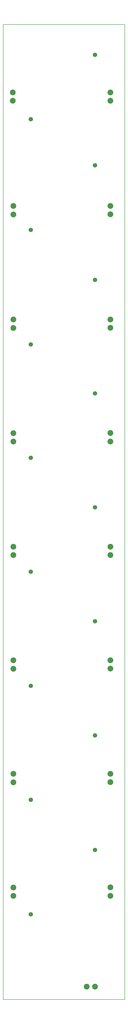
<source format=gbr>
%TF.GenerationSoftware,KiCad,Pcbnew,(6.0.9)*%
%TF.CreationDate,2022-11-19T22:55:32-05:00*%
%TF.ProjectId,Sensor_Board_2x16,53656e73-6f72-45f4-926f-6172645f3278,rev?*%
%TF.SameCoordinates,PX1728520PY19b87b58*%
%TF.FileFunction,Soldermask,Bot*%
%TF.FilePolarity,Negative*%
%FSLAX46Y46*%
G04 Gerber Fmt 4.6, Leading zero omitted, Abs format (unit mm)*
G04 Created by KiCad (PCBNEW (6.0.9)) date 2022-11-19 22:55:32*
%MOMM*%
%LPD*%
G01*
G04 APERTURE LIST*
%TA.AperFunction,Profile*%
%ADD10C,0.200000*%
%TD*%
%ADD11C,2.404800*%
%ADD12C,1.828800*%
G04 APERTURE END LIST*
D10*
X0Y406400000D02*
X50800000Y406400000D01*
X50800000Y406400000D02*
X50800000Y0D01*
X50800000Y0D02*
X0Y0D01*
X0Y0D02*
X0Y406400000D01*
X0Y406400000D02*
X50800000Y406400000D01*
X50800000Y406400000D02*
X50800000Y0D01*
X50800000Y0D02*
X0Y0D01*
X0Y0D02*
X0Y406400000D01*
D11*
%TO.C,J15*%
X44805600Y141383660D03*
X44805600Y137883660D03*
%TD*%
%TO.C,J1*%
X4000600Y378101800D03*
X4000600Y374601800D03*
%TD*%
D12*
%TO.C,S3*%
X38367600Y299924554D03*
X11497600Y273054554D03*
%TD*%
D11*
%TO.C,J10*%
X44805600Y378129800D03*
X44805600Y374629800D03*
%TD*%
D12*
%TO.C,S8*%
X38367600Y62330600D03*
X11497600Y35460600D03*
%TD*%
%TO.C,S2*%
X38367600Y347665175D03*
X11497600Y320795175D03*
%TD*%
D11*
%TO.C,J5*%
X4229200Y188704888D03*
X4229200Y185204888D03*
%TD*%
%TO.C,J13*%
X44805600Y236082116D03*
X44805600Y232582116D03*
%TD*%
D12*
%TO.C,S5*%
X38367600Y205115270D03*
X11497600Y178245270D03*
%TD*%
D11*
%TO.C,J8*%
X4229200Y46657200D03*
X4229200Y43157200D03*
%TD*%
D12*
%TO.C,S4*%
X38367600Y252631905D03*
X11497600Y225761905D03*
%TD*%
D11*
%TO.C,J3*%
X4229200Y283403344D03*
X4229200Y279903344D03*
%TD*%
%TO.C,J7*%
X4229200Y94006432D03*
X4229200Y90506432D03*
%TD*%
%TO.C,J11*%
X44805600Y330780572D03*
X44805600Y327280572D03*
%TD*%
%TO.C,J2*%
X4229200Y330752572D03*
X4229200Y327252572D03*
%TD*%
D12*
%TO.C,S6*%
X38367600Y157598635D03*
X11497600Y130728635D03*
%TD*%
%TO.C,S1*%
X38367600Y393780600D03*
X11497600Y366910600D03*
%TD*%
D11*
%TO.C,J12*%
X44805600Y283431344D03*
X44805600Y279931344D03*
%TD*%
%TO.C,J16*%
X44805600Y94034432D03*
X44805600Y90534432D03*
%TD*%
%TO.C,J6*%
X4229200Y141355660D03*
X4229200Y137855660D03*
%TD*%
D12*
%TO.C,S7*%
X38367600Y110082000D03*
X11497600Y83212000D03*
%TD*%
D11*
%TO.C,J9*%
X34826000Y5346800D03*
X38326000Y5346800D03*
%TD*%
%TO.C,J14*%
X44805600Y188732888D03*
X44805600Y185232888D03*
%TD*%
%TO.C,J17*%
X44805600Y46685200D03*
X44805600Y43185200D03*
%TD*%
%TO.C,J4*%
X4229200Y236054116D03*
X4229200Y232554116D03*
%TD*%
M02*

</source>
